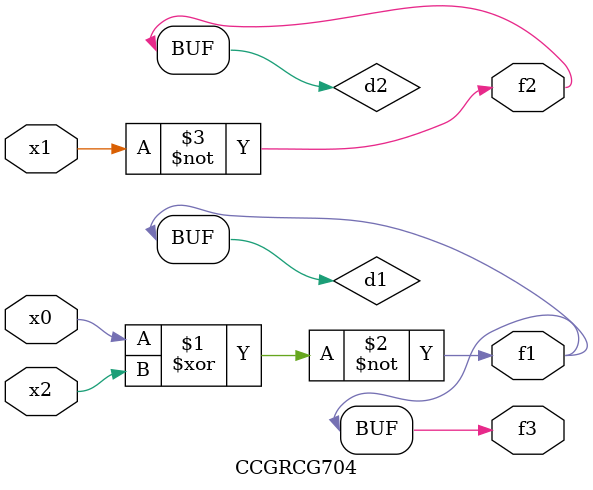
<source format=v>
module CCGRCG704(
	input x0, x1, x2,
	output f1, f2, f3
);

	wire d1, d2, d3;

	xnor (d1, x0, x2);
	nand (d2, x1);
	nor (d3, x1, x2);
	assign f1 = d1;
	assign f2 = d2;
	assign f3 = d1;
endmodule

</source>
